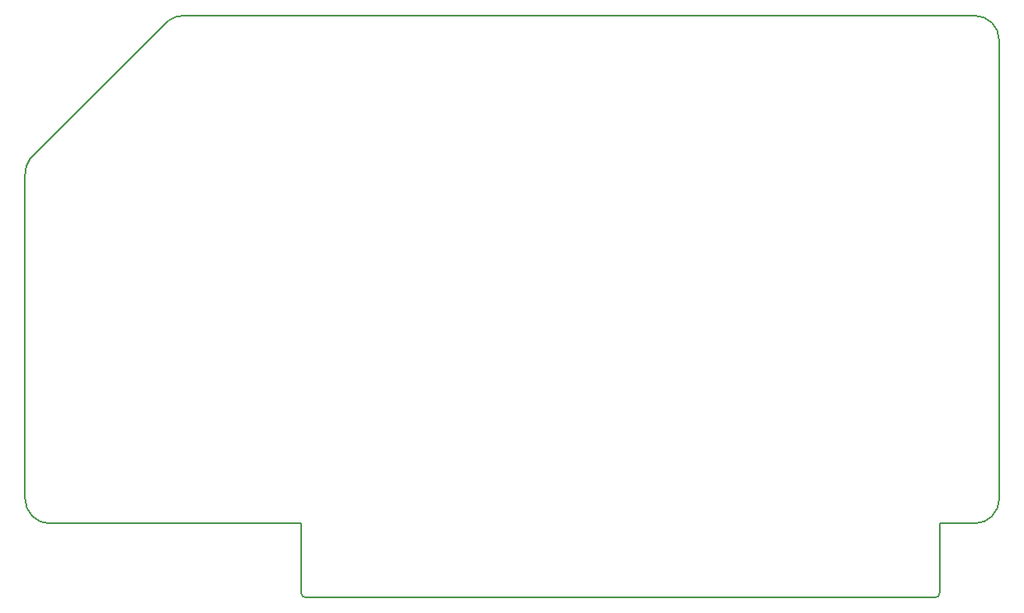
<source format=gm1>
G04 #@! TF.GenerationSoftware,KiCad,Pcbnew,(5.1.5-0-10_14)*
G04 #@! TF.CreationDate,2020-10-17T17:20:31-04:00*
G04 #@! TF.ProjectId,GR8RAM,47523852-414d-42e6-9b69-6361645f7063,rev?*
G04 #@! TF.SameCoordinates,Original*
G04 #@! TF.FileFunction,Profile,NP*
%FSLAX46Y46*%
G04 Gerber Fmt 4.6, Leading zero omitted, Abs format (unit mm)*
G04 Created by KiCad (PCBNEW (5.1.5-0-10_14)) date 2020-10-17 17:20:31*
%MOMM*%
%LPD*%
G04 APERTURE LIST*
%ADD10C,0.150000*%
G04 APERTURE END LIST*
D10*
X48133000Y-132080000D02*
X73914000Y-132080000D01*
X61849000Y-79883000D02*
X143002000Y-79883000D01*
X143002000Y-79883000D02*
G75*
G02X145542000Y-82423000I0J-2540000D01*
G01*
X60325000Y-80391000D02*
X46101000Y-94615000D01*
X46101001Y-94614999D02*
G75*
G03X45593000Y-96139000I2031999J-1524001D01*
G01*
X60325000Y-80391000D02*
G75*
G02X61849000Y-79883000I1524000J-2032000D01*
G01*
X138938000Y-139700000D02*
X74422000Y-139700000D01*
X145542000Y-129540000D02*
X145542000Y-82423000D01*
X74422000Y-139700000D02*
G75*
G02X73914000Y-139192000I0J508000D01*
G01*
X139446000Y-139192000D02*
G75*
G02X138938000Y-139700000I-508000J0D01*
G01*
X73914000Y-132080000D02*
X73914000Y-139192000D01*
X45593000Y-129540000D02*
X45593000Y-96139000D01*
X48133000Y-132080000D02*
G75*
G02X45593000Y-129540000I0J2540000D01*
G01*
X143002000Y-132080000D02*
X139446000Y-132080000D01*
X139446000Y-132080000D02*
X139446000Y-139192000D01*
X145542000Y-129540000D02*
G75*
G02X143002000Y-132080000I-2540000J0D01*
G01*
M02*

</source>
